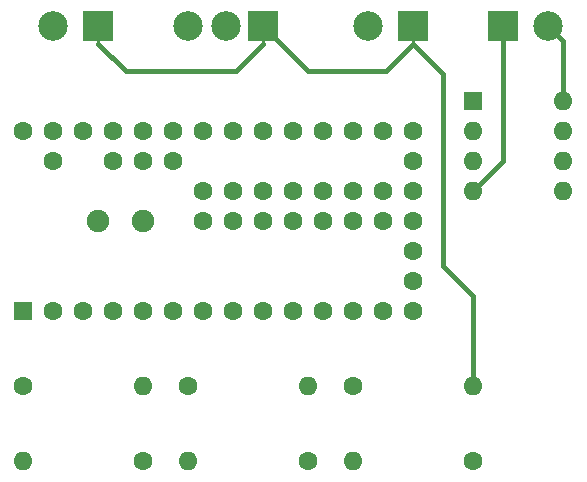
<source format=gbl>
G04 #@! TF.GenerationSoftware,KiCad,Pcbnew,5.0.2-bee76a0~70~ubuntu18.04.1*
G04 #@! TF.CreationDate,2019-03-20T16:50:48-04:00*
G04 #@! TF.ProjectId,DAC,4441432e-6b69-4636-9164-5f7063625858,rev?*
G04 #@! TF.SameCoordinates,Original*
G04 #@! TF.FileFunction,Copper,L2,Bot*
G04 #@! TF.FilePolarity,Positive*
%FSLAX46Y46*%
G04 Gerber Fmt 4.6, Leading zero omitted, Abs format (unit mm)*
G04 Created by KiCad (PCBNEW 5.0.2-bee76a0~70~ubuntu18.04.1) date Wed 20 Mar 2019 04:50:48 PM EDT*
%MOMM*%
%LPD*%
G01*
G04 APERTURE LIST*
G04 #@! TA.AperFunction,ComponentPad*
%ADD10C,1.600000*%
G04 #@! TD*
G04 #@! TA.AperFunction,ComponentPad*
%ADD11R,1.600000X1.600000*%
G04 #@! TD*
G04 #@! TA.AperFunction,ComponentPad*
%ADD12C,1.900000*%
G04 #@! TD*
G04 #@! TA.AperFunction,ComponentPad*
%ADD13O,1.600000X1.600000*%
G04 #@! TD*
G04 #@! TA.AperFunction,ComponentPad*
%ADD14R,2.499360X2.499360*%
G04 #@! TD*
G04 #@! TA.AperFunction,ComponentPad*
%ADD15C,2.499360*%
G04 #@! TD*
G04 #@! TA.AperFunction,Conductor*
%ADD16C,0.250000*%
G04 #@! TD*
G04 #@! TA.AperFunction,Conductor*
%ADD17C,0.400000*%
G04 #@! TD*
G04 APERTURE END LIST*
D10*
G04 #@! TO.P,U2,17*
G04 #@! TO.N,Net-(U2-Pad17)*
X49530000Y-35560000D03*
G04 #@! TO.P,U2,18*
G04 #@! TO.N,Net-(U2-Pad18)*
X49530000Y-33020000D03*
G04 #@! TO.P,U2,19*
G04 #@! TO.N,NOTE*
X49530000Y-30480000D03*
G04 #@! TO.P,U2,20*
G04 #@! TO.N,Net-(U2-Pad20)*
X49530000Y-27940000D03*
G04 #@! TO.P,U2,16*
G04 #@! TO.N,Net-(U2-Pad16)*
X49530000Y-38100000D03*
G04 #@! TO.P,U2,15*
G04 #@! TO.N,Net-(U2-Pad15)*
X49530000Y-40640000D03*
G04 #@! TO.P,U2,14*
G04 #@! TO.N,Net-(U2-Pad14)*
X49530000Y-43180000D03*
G04 #@! TO.P,U2,21*
G04 #@! TO.N,Net-(U2-Pad21)*
X46990000Y-27940000D03*
G04 #@! TO.P,U2,22*
G04 #@! TO.N,Net-(U2-Pad22)*
X44450000Y-27940000D03*
G04 #@! TO.P,U2,23*
G04 #@! TO.N,Net-(U2-Pad23)*
X41910000Y-27940000D03*
G04 #@! TO.P,U2,24*
G04 #@! TO.N,Net-(U2-Pad24)*
X39370000Y-27940000D03*
G04 #@! TO.P,U2,25*
G04 #@! TO.N,Net-(U2-Pad25)*
X36830000Y-27940000D03*
G04 #@! TO.P,U2,26*
G04 #@! TO.N,Net-(U2-Pad26)*
X34290000Y-27940000D03*
G04 #@! TO.P,U2,27*
G04 #@! TO.N,Net-(U2-Pad27)*
X31750000Y-27940000D03*
G04 #@! TO.P,U2,28*
G04 #@! TO.N,Net-(U2-Pad28)*
X29210000Y-27940000D03*
G04 #@! TO.P,U2,29*
G04 #@! TO.N,GLIDE_IN*
X26670000Y-27940000D03*
G04 #@! TO.P,U2,30*
G04 #@! TO.N,Net-(U2-Pad30)*
X24130000Y-27940000D03*
G04 #@! TO.P,U2,31*
G04 #@! TO.N,3.3V*
X21590000Y-27940000D03*
G04 #@! TO.P,U2,32*
G04 #@! TO.N,Net-(U2-Pad32)*
X19050000Y-27940000D03*
G04 #@! TO.P,U2,33*
G04 #@! TO.N,Net-(U2-Pad33)*
X16510000Y-27940000D03*
G04 #@! TO.P,U2,34*
G04 #@! TO.N,Net-(J4-Pad2)*
X19050000Y-30480000D03*
G04 #@! TO.P,U2,35*
G04 #@! TO.N,Net-(U2-Pad35)*
X24130000Y-30480000D03*
G04 #@! TO.P,U2,36*
G04 #@! TO.N,Net-(U2-Pad36)*
X26670000Y-30480000D03*
G04 #@! TO.P,U2,37*
G04 #@! TO.N,Net-(U2-Pad37)*
X29210000Y-30480000D03*
G04 #@! TO.P,U2,13*
G04 #@! TO.N,Net-(U2-Pad13)*
X46990000Y-43180000D03*
G04 #@! TO.P,U2,12*
G04 #@! TO.N,Net-(U2-Pad12)*
X44450000Y-43180000D03*
G04 #@! TO.P,U2,11*
G04 #@! TO.N,Net-(U2-Pad11)*
X41910000Y-43180000D03*
G04 #@! TO.P,U2,10*
G04 #@! TO.N,Net-(U2-Pad10)*
X39370000Y-43180000D03*
G04 #@! TO.P,U2,9*
G04 #@! TO.N,Net-(U2-Pad9)*
X36830000Y-43180000D03*
G04 #@! TO.P,U2,8*
G04 #@! TO.N,Net-(U2-Pad8)*
X34290000Y-43180000D03*
G04 #@! TO.P,U2,7*
G04 #@! TO.N,Net-(U2-Pad7)*
X31750000Y-43180000D03*
G04 #@! TO.P,U2,6*
G04 #@! TO.N,Net-(U2-Pad6)*
X29210000Y-43180000D03*
G04 #@! TO.P,U2,5*
G04 #@! TO.N,Net-(U2-Pad5)*
X26670000Y-43180000D03*
G04 #@! TO.P,U2,4*
G04 #@! TO.N,Net-(U2-Pad4)*
X24130000Y-43180000D03*
G04 #@! TO.P,U2,3*
G04 #@! TO.N,Net-(U2-Pad3)*
X21590000Y-43180000D03*
G04 #@! TO.P,U2,2*
G04 #@! TO.N,Net-(U2-Pad2)*
X19050000Y-43180000D03*
D11*
G04 #@! TO.P,U2,1*
G04 #@! TO.N,Net-(U2-Pad1)*
X16510000Y-43180000D03*
D10*
G04 #@! TO.P,U2,38*
G04 #@! TO.N,Net-(U2-Pad38)*
X31750000Y-35560000D03*
G04 #@! TO.P,U2,39*
G04 #@! TO.N,Net-(U2-Pad39)*
X34290000Y-35560000D03*
G04 #@! TO.P,U2,40*
G04 #@! TO.N,Net-(U2-Pad40)*
X36830000Y-35560000D03*
G04 #@! TO.P,U2,41*
G04 #@! TO.N,Net-(U2-Pad41)*
X39370000Y-35560000D03*
G04 #@! TO.P,U2,42*
G04 #@! TO.N,Net-(U2-Pad42)*
X41910000Y-35560000D03*
G04 #@! TO.P,U2,43*
G04 #@! TO.N,Net-(U2-Pad43)*
X44450000Y-35560000D03*
G04 #@! TO.P,U2,44*
G04 #@! TO.N,Net-(U2-Pad44)*
X46990000Y-35560000D03*
G04 #@! TO.P,U2,45*
G04 #@! TO.N,Net-(U2-Pad45)*
X46990000Y-33020000D03*
G04 #@! TO.P,U2,46*
G04 #@! TO.N,Net-(U2-Pad46)*
X44450000Y-33020000D03*
G04 #@! TO.P,U2,47*
G04 #@! TO.N,Net-(U2-Pad47)*
X41910000Y-33020000D03*
G04 #@! TO.P,U2,48*
G04 #@! TO.N,Net-(U2-Pad48)*
X39370000Y-33020000D03*
G04 #@! TO.P,U2,49*
G04 #@! TO.N,Net-(U2-Pad49)*
X36830000Y-33020000D03*
G04 #@! TO.P,U2,50*
G04 #@! TO.N,Net-(U2-Pad50)*
X34290000Y-33020000D03*
G04 #@! TO.P,U2,51*
G04 #@! TO.N,Net-(U2-Pad51)*
X31750000Y-33020000D03*
D12*
G04 #@! TO.P,U2,52*
G04 #@! TO.N,Net-(U2-Pad52)*
X26670000Y-35560000D03*
X22860000Y-35560000D03*
G04 #@! TD*
D10*
G04 #@! TO.P,R1,1*
G04 #@! TO.N,Net-(R1-Pad1)*
X16510000Y-49530000D03*
D13*
G04 #@! TO.P,R1,2*
G04 #@! TO.N,Net-(R1-Pad2)*
X26670000Y-49530000D03*
G04 #@! TD*
D14*
G04 #@! TO.P,J1,1*
G04 #@! TO.N,GND*
X36830000Y-19050000D03*
D15*
G04 #@! TO.P,J1,2*
G04 #@! TO.N,GLIDE_IN*
X33655000Y-19050000D03*
G04 #@! TO.P,J1,3*
G04 #@! TO.N,3.3V*
X30480000Y-19050000D03*
G04 #@! TD*
D14*
G04 #@! TO.P,J2,1*
G04 #@! TO.N,GND*
X49530000Y-19050000D03*
D15*
G04 #@! TO.P,J2,2*
G04 #@! TO.N,Net-(J2-Pad2)*
X45720000Y-19050000D03*
G04 #@! TD*
G04 #@! TO.P,J3,2*
G04 #@! TO.N,Net-(J3-Pad2)*
X60960000Y-19050000D03*
D14*
G04 #@! TO.P,J3,1*
G04 #@! TO.N,Net-(J3-Pad1)*
X57150000Y-19050000D03*
G04 #@! TD*
G04 #@! TO.P,J4,1*
G04 #@! TO.N,GND*
X22860000Y-19050000D03*
D15*
G04 #@! TO.P,J4,2*
G04 #@! TO.N,Net-(J4-Pad2)*
X19050000Y-19050000D03*
G04 #@! TD*
D13*
G04 #@! TO.P,R2,2*
G04 #@! TO.N,Net-(R2-Pad2)*
X40640000Y-49530000D03*
D10*
G04 #@! TO.P,R2,1*
G04 #@! TO.N,Net-(R1-Pad2)*
X30480000Y-49530000D03*
G04 #@! TD*
G04 #@! TO.P,R3,1*
G04 #@! TO.N,Net-(R2-Pad2)*
X44450000Y-49530000D03*
D13*
G04 #@! TO.P,R3,2*
G04 #@! TO.N,GND*
X54610000Y-49530000D03*
G04 #@! TD*
G04 #@! TO.P,R4,2*
G04 #@! TO.N,Net-(R1-Pad1)*
X16510000Y-55880000D03*
D10*
G04 #@! TO.P,R4,1*
G04 #@! TO.N,Net-(R4-Pad1)*
X26670000Y-55880000D03*
G04 #@! TD*
G04 #@! TO.P,R5,1*
G04 #@! TO.N,Net-(R5-Pad1)*
X40640000Y-55880000D03*
D13*
G04 #@! TO.P,R5,2*
G04 #@! TO.N,Net-(R4-Pad1)*
X30480000Y-55880000D03*
G04 #@! TD*
G04 #@! TO.P,R6,2*
G04 #@! TO.N,Net-(R5-Pad1)*
X44450000Y-55880000D03*
D10*
G04 #@! TO.P,R6,1*
G04 #@! TO.N,Net-(J2-Pad2)*
X54610000Y-55880000D03*
G04 #@! TD*
D11*
G04 #@! TO.P,U1,1*
G04 #@! TO.N,Net-(J2-Pad2)*
X54610000Y-25400000D03*
D13*
G04 #@! TO.P,U1,5*
G04 #@! TO.N,N/C*
X62230000Y-33020000D03*
G04 #@! TO.P,U1,2*
G04 #@! TO.N,Net-(R1-Pad1)*
X54610000Y-27940000D03*
G04 #@! TO.P,U1,6*
G04 #@! TO.N,N/C*
X62230000Y-30480000D03*
G04 #@! TO.P,U1,3*
G04 #@! TO.N,NOTE*
X54610000Y-30480000D03*
G04 #@! TO.P,U1,7*
G04 #@! TO.N,N/C*
X62230000Y-27940000D03*
G04 #@! TO.P,U1,4*
G04 #@! TO.N,Net-(J3-Pad1)*
X54610000Y-33020000D03*
G04 #@! TO.P,U1,8*
G04 #@! TO.N,Net-(J3-Pad2)*
X62230000Y-25400000D03*
G04 #@! TD*
D16*
G04 #@! TO.N,GND*
X36830000Y-20549680D02*
X36830000Y-19050000D01*
D17*
X34519680Y-22860000D02*
X36830000Y-20549680D01*
X22860000Y-20549680D02*
X25170320Y-22860000D01*
X25170320Y-22860000D02*
X34519680Y-22860000D01*
D16*
X22860000Y-19050000D02*
X22860000Y-20549680D01*
X49530000Y-20549680D02*
X49530000Y-19050000D01*
D17*
X52070000Y-23089680D02*
X49530000Y-20549680D01*
X52070000Y-39370000D02*
X52070000Y-23089680D01*
X54610000Y-41910000D02*
X52070000Y-39370000D01*
X54610000Y-49530000D02*
X54610000Y-41910000D01*
X49530000Y-20549680D02*
X47219680Y-22860000D01*
X47219680Y-22860000D02*
X40640000Y-22860000D01*
X40640000Y-22860000D02*
X36830000Y-19050000D01*
G04 #@! TO.N,Net-(J3-Pad2)*
X62230000Y-20320000D02*
X60960000Y-19050000D01*
X62230000Y-25400000D02*
X62230000Y-20320000D01*
G04 #@! TO.N,Net-(J3-Pad1)*
X57150000Y-30480000D02*
X54610000Y-33020000D01*
X57150000Y-19050000D02*
X57150000Y-30480000D01*
G04 #@! TD*
M02*

</source>
